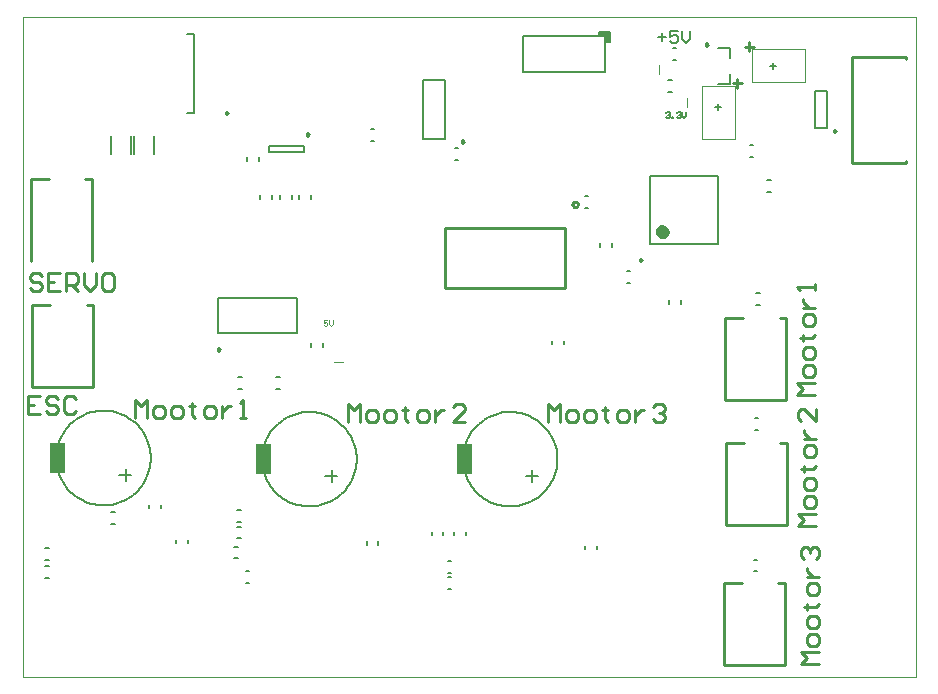
<source format=gto>
G04 Layer_Color=15132400*
%FSLAX25Y25*%
%MOIN*%
G70*
G01*
G75*
%ADD35C,0.00787*%
%ADD42C,0.00394*%
%ADD53C,0.02362*%
%ADD54C,0.00984*%
%ADD55C,0.01000*%
%ADD56C,0.00400*%
%ADD57C,0.00500*%
G36*
X82677Y302165D02*
X77756D01*
Y312008D01*
X82677D01*
Y302165D01*
D02*
G37*
G36*
X149606D02*
X144685D01*
Y312008D01*
X149606D01*
Y302165D01*
D02*
G37*
G36*
X14075Y302559D02*
X9154D01*
Y312402D01*
X14075D01*
Y302559D01*
D02*
G37*
D35*
X178150Y307087D02*
X178118Y308085D01*
X178023Y309080D01*
X177865Y310067D01*
X177645Y311042D01*
X177363Y312000D01*
X177022Y312940D01*
X176621Y313855D01*
X176163Y314743D01*
X175650Y315601D01*
X175083Y316424D01*
X174465Y317209D01*
X173799Y317954D01*
X173087Y318655D01*
X172332Y319309D01*
X171536Y319915D01*
X170704Y320468D01*
X169839Y320968D01*
X168944Y321411D01*
X168022Y321798D01*
X167078Y322124D01*
X166114Y322391D01*
X165136Y322595D01*
X164147Y322738D01*
X163151Y322817D01*
X162152Y322833D01*
X161154Y322785D01*
X160160Y322674D01*
X159176Y322501D01*
X158205Y322265D01*
X157251Y321969D01*
X156317Y321612D01*
X155408Y321197D01*
X154528Y320725D01*
X153678Y320198D01*
X152864Y319618D01*
X152089Y318988D01*
X151355Y318310D01*
X150665Y317587D01*
X150023Y316821D01*
X149430Y316017D01*
X148890Y315176D01*
X148404Y314303D01*
X147975Y313401D01*
X147603Y312473D01*
X147292Y311523D01*
X147040Y310556D01*
X146851Y309575D01*
X146725Y308584D01*
X146661Y307586D01*
Y306587D01*
X146725Y305590D01*
X146851Y304598D01*
X147040Y303617D01*
X147292Y302650D01*
X147603Y301700D01*
X147975Y300773D01*
X148404Y299870D01*
X148890Y298997D01*
X149430Y298156D01*
X150023Y297352D01*
X150665Y296586D01*
X151355Y295863D01*
X152089Y295185D01*
X152864Y294555D01*
X153678Y293975D01*
X154528Y293448D01*
X155408Y292976D01*
X156317Y292561D01*
X157251Y292205D01*
X158205Y291908D01*
X159176Y291672D01*
X160160Y291499D01*
X161154Y291388D01*
X162152Y291341D01*
X163151Y291356D01*
X164147Y291436D01*
X165136Y291578D01*
X166114Y291782D01*
X167078Y292049D01*
X168022Y292376D01*
X168944Y292762D01*
X169839Y293205D01*
X170704Y293705D01*
X171536Y294259D01*
X172332Y294864D01*
X173087Y295518D01*
X173799Y296219D01*
X174465Y296964D01*
X175083Y297749D01*
X175650Y298573D01*
X176163Y299430D01*
X176621Y300318D01*
X177022Y301234D01*
X177363Y302173D01*
X177645Y303132D01*
X177865Y304106D01*
X178023Y305093D01*
X178118Y306088D01*
X178150Y307086D01*
X111221Y307087D02*
X111189Y308085D01*
X111094Y309080D01*
X110936Y310067D01*
X110716Y311042D01*
X110434Y312000D01*
X110092Y312940D01*
X109692Y313855D01*
X109234Y314743D01*
X108721Y315601D01*
X108154Y316424D01*
X107536Y317209D01*
X106870Y317954D01*
X106158Y318655D01*
X105402Y319309D01*
X104607Y319915D01*
X103775Y320468D01*
X102910Y320968D01*
X102014Y321411D01*
X101093Y321798D01*
X100148Y322124D01*
X99185Y322391D01*
X98207Y322595D01*
X97218Y322738D01*
X96222Y322817D01*
X95223Y322833D01*
X94224Y322785D01*
X93231Y322674D01*
X92247Y322501D01*
X91276Y322265D01*
X90322Y321969D01*
X89388Y321612D01*
X88479Y321197D01*
X87598Y320725D01*
X86749Y320198D01*
X85935Y319618D01*
X85160Y318988D01*
X84426Y318310D01*
X83736Y317587D01*
X83094Y316821D01*
X82501Y316017D01*
X81961Y315176D01*
X81475Y314303D01*
X81046Y313401D01*
X80674Y312473D01*
X80362Y311523D01*
X80111Y310556D01*
X79922Y309575D01*
X79796Y308584D01*
X79732Y307586D01*
Y306587D01*
X79796Y305590D01*
X79922Y304598D01*
X80111Y303617D01*
X80362Y302650D01*
X80674Y301700D01*
X81046Y300773D01*
X81475Y299870D01*
X81961Y298997D01*
X82501Y298156D01*
X83094Y297352D01*
X83736Y296586D01*
X84426Y295863D01*
X85160Y295185D01*
X85935Y294555D01*
X86749Y293975D01*
X87598Y293448D01*
X88479Y292976D01*
X89388Y292561D01*
X90322Y292205D01*
X91276Y291908D01*
X92247Y291672D01*
X93231Y291499D01*
X94224Y291388D01*
X95223Y291341D01*
X96222Y291356D01*
X97218Y291436D01*
X98207Y291578D01*
X99185Y291782D01*
X100148Y292049D01*
X101093Y292376D01*
X102014Y292762D01*
X102910Y293205D01*
X103775Y293705D01*
X104607Y294259D01*
X105402Y294864D01*
X106158Y295518D01*
X106870Y296219D01*
X107536Y296964D01*
X108154Y297749D01*
X108721Y298573D01*
X109234Y299430D01*
X109692Y300318D01*
X110092Y301234D01*
X110434Y302173D01*
X110716Y303132D01*
X110936Y304106D01*
X111094Y305093D01*
X111189Y306088D01*
X111221Y307086D01*
X42618Y307480D02*
X42586Y308479D01*
X42491Y309474D01*
X42333Y310461D01*
X42113Y311435D01*
X41832Y312394D01*
X41490Y313333D01*
X41089Y314249D01*
X40631Y315137D01*
X40118Y315994D01*
X39551Y316817D01*
X38934Y317603D01*
X38267Y318348D01*
X37555Y319049D01*
X36800Y319703D01*
X36005Y320308D01*
X35173Y320862D01*
X34307Y321361D01*
X33412Y321805D01*
X32490Y322191D01*
X31546Y322518D01*
X30583Y322784D01*
X29605Y322989D01*
X28616Y323131D01*
X27619Y323211D01*
X26620Y323226D01*
X25622Y323179D01*
X24629Y323068D01*
X23645Y322895D01*
X22674Y322659D01*
X21719Y322362D01*
X20786Y322006D01*
X19877Y321590D01*
X18996Y321118D01*
X18147Y320592D01*
X17333Y320012D01*
X16557Y319382D01*
X15823Y318704D01*
X15134Y317981D01*
X14491Y317215D01*
X13899Y316410D01*
X13359Y315570D01*
X12873Y314697D01*
X12443Y313794D01*
X12072Y312866D01*
X11760Y311917D01*
X11509Y310950D01*
X11320Y309968D01*
X11193Y308977D01*
X11130Y307980D01*
Y306981D01*
X11193Y305983D01*
X11320Y304992D01*
X11509Y304011D01*
X11760Y303044D01*
X12072Y302094D01*
X12443Y301166D01*
X12873Y300264D01*
X13359Y299391D01*
X13899Y298550D01*
X14491Y297745D01*
X15134Y296980D01*
X15823Y296257D01*
X16557Y295579D01*
X17333Y294949D01*
X18147Y294369D01*
X18996Y293842D01*
X19877Y293370D01*
X20786Y292955D01*
X21719Y292598D01*
X22674Y292302D01*
X23645Y292066D01*
X24629Y291893D01*
X25622Y291782D01*
X26620Y291734D01*
X27619Y291750D01*
X28616Y291829D01*
X29605Y291971D01*
X30583Y292176D01*
X31546Y292442D01*
X32490Y292769D01*
X33412Y293155D01*
X34307Y293599D01*
X35173Y294099D01*
X36005Y294652D01*
X36800Y295257D01*
X37555Y295912D01*
X38267Y296613D01*
X38934Y297358D01*
X39551Y298143D01*
X40118Y298966D01*
X40631Y299824D01*
X41089Y300712D01*
X41490Y301627D01*
X41832Y302566D01*
X42113Y303525D01*
X42333Y304500D01*
X42491Y305487D01*
X42586Y306481D01*
X42618Y307480D01*
X215078Y433575D02*
X216259D01*
X215078Y429638D02*
X216259D01*
X37106Y408858D02*
Y414764D01*
X43799Y408858D02*
Y414764D01*
X29232Y408858D02*
Y414764D01*
X35925Y408858D02*
Y414764D01*
X231594Y378937D02*
Y401378D01*
X209154Y378937D02*
Y401378D01*
X231594D01*
X209154Y378937D02*
X231594D01*
X248130Y400000D02*
X249311D01*
X248130Y396063D02*
X249311D01*
X219340Y358909D02*
Y360090D01*
X215403Y358909D02*
Y360090D01*
X216634Y440157D02*
X217815D01*
X216634Y444094D02*
X217815D01*
X264173Y417520D02*
Y429724D01*
X268110Y417520D02*
Y429724D01*
X264173D02*
X268110D01*
X264173Y417520D02*
X268110D01*
X231791Y444291D02*
X235728D01*
Y440945D02*
Y444291D01*
X231791Y432086D02*
X235728D01*
Y435433D01*
X201279Y365748D02*
X202461D01*
X201279Y369685D02*
X202461D01*
X140527Y413952D02*
Y433637D01*
X133440Y413952D02*
Y433637D01*
Y413952D02*
X140527D01*
X133440Y433637D02*
X140527D01*
X54747Y422364D02*
X57109D01*
Y448742D01*
X54747D02*
X57109D01*
X85728Y393898D02*
Y395079D01*
X89665Y393898D02*
Y395079D01*
X82972Y393898D02*
Y395079D01*
X79035Y393898D02*
Y395079D01*
X92028Y393898D02*
Y395079D01*
X95965Y393898D02*
Y395079D01*
X74803Y406496D02*
Y407677D01*
X78740Y406496D02*
Y407677D01*
X115920Y417102D02*
X117102D01*
X115920Y413165D02*
X117102D01*
X143873Y406865D02*
X145054D01*
X143873Y410802D02*
X145054D01*
X243602Y269685D02*
X244783D01*
X243602Y273622D02*
X244783D01*
X141535Y267717D02*
X142717D01*
X141535Y263779D02*
X142717D01*
X141535Y269291D02*
X142717D01*
X141535Y273228D02*
X142717D01*
X140158Y281693D02*
Y282874D01*
X136221Y281693D02*
Y282874D01*
X167654Y301587D02*
X171654D01*
X169791Y299587D02*
Y303587D01*
X147638Y281693D02*
Y282874D01*
X143701Y281693D02*
Y282874D01*
X243898Y316831D02*
X245079D01*
X243898Y320768D02*
X245079D01*
X74212Y269685D02*
X75394D01*
X74212Y265748D02*
X75394D01*
X71457Y280709D02*
X72638D01*
X71457Y284646D02*
X72638D01*
X70472Y277953D02*
X71653D01*
X70472Y274016D02*
X71653D01*
X100724Y301587D02*
X104724D01*
X102862Y299587D02*
Y303587D01*
X244390Y358563D02*
X245571D01*
X244390Y362500D02*
X245571D01*
X71457Y290157D02*
X72638D01*
X71457Y286220D02*
X72638D01*
X192503Y377809D02*
Y378991D01*
X196440Y377809D02*
Y378991D01*
X7410Y271568D02*
X8591D01*
X7410Y267631D02*
X8591D01*
X7410Y273631D02*
X8591D01*
X7410Y277568D02*
X8591D01*
X42126Y290748D02*
Y291929D01*
X46063Y290748D02*
Y291929D01*
X32122Y301980D02*
X36122D01*
X34260Y299980D02*
Y303980D01*
X29509Y285531D02*
X30691D01*
X29509Y289468D02*
X30691D01*
X242225Y407874D02*
X243406D01*
X242225Y411811D02*
X243406D01*
X95965Y344488D02*
Y345669D01*
X99902Y344488D02*
Y345669D01*
X187303Y390945D02*
X188484D01*
X187303Y394882D02*
X188484D01*
X176280Y345472D02*
Y346654D01*
X180217Y345472D02*
Y346654D01*
X71752Y330512D02*
X72933D01*
X71752Y334449D02*
X72933D01*
X84350D02*
X85532D01*
X84350Y330512D02*
X85532D01*
X91437Y349016D02*
Y360827D01*
X65059Y349016D02*
Y360827D01*
X91437D01*
X65059Y349016D02*
X91437D01*
X81928Y409646D02*
X93739D01*
X81928Y411614D02*
X93739D01*
X81928Y409646D02*
Y411614D01*
X93739Y409646D02*
Y411614D01*
X50984Y279035D02*
Y280217D01*
X54921Y279035D02*
Y280217D01*
X114567Y278543D02*
Y279724D01*
X118504Y278543D02*
Y279724D01*
X187500Y277067D02*
Y278248D01*
X191437Y277067D02*
Y278248D01*
X214272Y422605D02*
X214600Y422932D01*
X215256D01*
X215584Y422605D01*
Y422276D01*
X215256Y421948D01*
X214928D01*
X215256D01*
X215584Y421621D01*
Y421293D01*
X215256Y420965D01*
X214600D01*
X214272Y421293D01*
X216240Y420965D02*
Y421293D01*
X216567D01*
Y420965D01*
X216240D01*
X217879Y422605D02*
X218207Y422932D01*
X218863D01*
X219191Y422605D01*
Y422276D01*
X218863Y421948D01*
X218535D01*
X218863D01*
X219191Y421621D01*
Y421293D01*
X218863Y420965D01*
X218207D01*
X217879Y421293D01*
X219847Y422932D02*
Y421621D01*
X220503Y420965D01*
X221159Y421621D01*
Y422932D01*
X211811Y447932D02*
X214435D01*
X213123Y449244D02*
Y446621D01*
X218371Y449900D02*
X215747D01*
Y447932D01*
X217059Y448588D01*
X217715D01*
X218371Y447932D01*
Y446621D01*
X217715Y445965D01*
X216403D01*
X215747Y446621D01*
X219683Y449900D02*
Y447276D01*
X220994Y445965D01*
X222306Y447276D01*
Y449900D01*
D42*
X221445Y424583D02*
Y427583D01*
X212118Y435508D02*
Y438508D01*
X103520Y339579D02*
X106520D01*
X101509Y353444D02*
X100197D01*
Y352460D01*
X100853Y352788D01*
X101181D01*
X101509Y352460D01*
Y351804D01*
X101181Y351476D01*
X100525D01*
X100197Y351804D01*
X102165Y353444D02*
Y352132D01*
X102821Y351476D01*
X103477Y352132D01*
Y353444D01*
X0Y234529D02*
X297521D01*
X0D02*
Y454447D01*
X297521D01*
Y234529D02*
Y454447D01*
D53*
X214272Y382874D02*
X213827Y383797D01*
X212828Y384026D01*
X212026Y383386D01*
Y382362D01*
X212828Y381722D01*
X213827Y381951D01*
X214272Y382874D01*
D54*
X206496Y373524D02*
X205758Y373950D01*
Y373097D01*
X206496Y373524D01*
X271161Y416535D02*
X270423Y416962D01*
Y416109D01*
X271161Y416535D01*
X228346Y445276D02*
X227608Y445702D01*
Y444849D01*
X228346Y445276D01*
X146924Y412948D02*
X146186Y413374D01*
Y412522D01*
X146924Y412948D01*
X68428Y422443D02*
X67689Y422869D01*
Y422017D01*
X68428Y422443D01*
X65748Y343701D02*
X65010Y344127D01*
Y343275D01*
X65748Y343701D01*
X95510Y415354D02*
X94772Y415780D01*
Y414928D01*
X95510Y415354D01*
D55*
X185114Y392016D02*
X184622Y392868D01*
X183638D01*
X183146Y392016D01*
X183638Y391163D01*
X184622D01*
X185114Y392016D01*
X242170Y443089D02*
Y446089D01*
X240670Y444589D02*
X243670D01*
X294488Y440354D02*
Y441142D01*
Y405709D02*
Y406496D01*
X276378Y405709D02*
X294488D01*
X276378Y441142D02*
X294488D01*
X236593Y432436D02*
X239593D01*
X238093Y430936D02*
Y433936D01*
X21205Y358410D02*
X23425D01*
X3051D02*
X9099D01*
X23425Y331181D02*
Y358410D01*
X3051Y331181D02*
Y358410D01*
Y331181D02*
X23425D01*
X20713Y400339D02*
X22933D01*
X2559D02*
X8607D01*
X22933Y373111D02*
Y400339D01*
X2559Y373111D02*
Y400339D01*
X233661Y238465D02*
X254035D01*
X233661D02*
Y265694D01*
X254035Y238465D02*
Y265694D01*
X233661D02*
X239709D01*
X251816D02*
X254035D01*
X234350Y285217D02*
X254725D01*
X234350D02*
Y312446D01*
X254725Y285217D02*
Y312446D01*
X234350D02*
X240398D01*
X252505D02*
X254725D01*
X234055Y326949D02*
X254429D01*
X234055D02*
Y354178D01*
X254429Y326949D02*
Y354178D01*
X234055D02*
X240103D01*
X252209D02*
X254429D01*
X276378Y405709D02*
Y441142D01*
X140630Y384016D02*
X180630D01*
X140630Y364016D02*
Y384016D01*
Y364016D02*
X180630D01*
Y384016D01*
X175100Y319600D02*
Y325598D01*
X177099Y323599D01*
X179099Y325598D01*
Y319600D01*
X182098D02*
X184097D01*
X185097Y320600D01*
Y322599D01*
X184097Y323599D01*
X182098D01*
X181098Y322599D01*
Y320600D01*
X182098Y319600D01*
X188096D02*
X190095D01*
X191095Y320600D01*
Y322599D01*
X190095Y323599D01*
X188096D01*
X187096Y322599D01*
Y320600D01*
X188096Y319600D01*
X194094Y324598D02*
Y323599D01*
X193094D01*
X195094D01*
X194094D01*
Y320600D01*
X195094Y319600D01*
X199092D02*
X201092D01*
X202091Y320600D01*
Y322599D01*
X201092Y323599D01*
X199092D01*
X198093Y322599D01*
Y320600D01*
X199092Y319600D01*
X204091Y323599D02*
Y319600D01*
Y321599D01*
X205090Y322599D01*
X206090Y323599D01*
X207090D01*
X210089Y324598D02*
X211088Y325598D01*
X213088D01*
X214087Y324598D01*
Y323599D01*
X213088Y322599D01*
X212088D01*
X213088D01*
X214087Y321599D01*
Y320600D01*
X213088Y319600D01*
X211088D01*
X210089Y320600D01*
X108500Y319500D02*
Y325498D01*
X110499Y323499D01*
X112499Y325498D01*
Y319500D01*
X115498D02*
X117497D01*
X118497Y320500D01*
Y322499D01*
X117497Y323499D01*
X115498D01*
X114498Y322499D01*
Y320500D01*
X115498Y319500D01*
X121496D02*
X123495D01*
X124495Y320500D01*
Y322499D01*
X123495Y323499D01*
X121496D01*
X120496Y322499D01*
Y320500D01*
X121496Y319500D01*
X127494Y324498D02*
Y323499D01*
X126494D01*
X128493D01*
X127494D01*
Y320500D01*
X128493Y319500D01*
X132492D02*
X134492D01*
X135491Y320500D01*
Y322499D01*
X134492Y323499D01*
X132492D01*
X131493Y322499D01*
Y320500D01*
X132492Y319500D01*
X137491Y323499D02*
Y319500D01*
Y321499D01*
X138490Y322499D01*
X139490Y323499D01*
X140490D01*
X147487Y319500D02*
X143489D01*
X147487Y323499D01*
Y324498D01*
X146488Y325498D01*
X144488D01*
X143489Y324498D01*
X37402Y320866D02*
Y326864D01*
X39401Y324865D01*
X41400Y326864D01*
Y320866D01*
X44399D02*
X46399D01*
X47398Y321866D01*
Y323865D01*
X46399Y324865D01*
X44399D01*
X43400Y323865D01*
Y321866D01*
X44399Y320866D01*
X50397D02*
X52397D01*
X53396Y321866D01*
Y323865D01*
X52397Y324865D01*
X50397D01*
X49398Y323865D01*
Y321866D01*
X50397Y320866D01*
X56395Y325865D02*
Y324865D01*
X55396D01*
X57395D01*
X56395D01*
Y321866D01*
X57395Y320866D01*
X61394D02*
X63393D01*
X64393Y321866D01*
Y323865D01*
X63393Y324865D01*
X61394D01*
X60394Y323865D01*
Y321866D01*
X61394Y320866D01*
X66392Y324865D02*
Y320866D01*
Y322866D01*
X67392Y323865D01*
X68392Y324865D01*
X69391D01*
X72390Y320866D02*
X74390D01*
X73390D01*
Y326864D01*
X72390Y325865D01*
X265256Y238878D02*
X259258D01*
X261257Y240877D01*
X259258Y242877D01*
X265256D01*
Y245876D02*
Y247875D01*
X264256Y248875D01*
X262257D01*
X261257Y247875D01*
Y245876D01*
X262257Y244876D01*
X264256D01*
X265256Y245876D01*
Y251874D02*
Y253873D01*
X264256Y254873D01*
X262257D01*
X261257Y253873D01*
Y251874D01*
X262257Y250874D01*
X264256D01*
X265256Y251874D01*
X260258Y257872D02*
X261257D01*
Y256872D01*
Y258872D01*
Y257872D01*
X264256D01*
X265256Y258872D01*
Y262870D02*
Y264869D01*
X264256Y265869D01*
X262257D01*
X261257Y264869D01*
Y262870D01*
X262257Y261871D01*
X264256D01*
X265256Y262870D01*
X261257Y267869D02*
X265256D01*
X263257D01*
X262257Y268868D01*
X261257Y269868D01*
Y270868D01*
X260258Y273867D02*
X259258Y274866D01*
Y276866D01*
X260258Y277865D01*
X261257D01*
X262257Y276866D01*
Y275866D01*
Y276866D01*
X263257Y277865D01*
X264256D01*
X265256Y276866D01*
Y274866D01*
X264256Y273867D01*
X264272Y284941D02*
X258274D01*
X260273Y286940D01*
X258274Y288940D01*
X264272D01*
Y291939D02*
Y293938D01*
X263272Y294938D01*
X261273D01*
X260273Y293938D01*
Y291939D01*
X261273Y290939D01*
X263272D01*
X264272Y291939D01*
Y297937D02*
Y299936D01*
X263272Y300936D01*
X261273D01*
X260273Y299936D01*
Y297937D01*
X261273Y296937D01*
X263272D01*
X264272Y297937D01*
X259273Y303935D02*
X260273D01*
Y302935D01*
Y304935D01*
Y303935D01*
X263272D01*
X264272Y304935D01*
Y308933D02*
Y310932D01*
X263272Y311932D01*
X261273D01*
X260273Y310932D01*
Y308933D01*
X261273Y307933D01*
X263272D01*
X264272Y308933D01*
X260273Y313932D02*
X264272D01*
X262272D01*
X261273Y314931D01*
X260273Y315931D01*
Y316931D01*
X264272Y323928D02*
Y319930D01*
X260273Y323928D01*
X259273D01*
X258274Y322929D01*
Y320929D01*
X259273Y319930D01*
X263878Y328642D02*
X257880D01*
X259879Y330641D01*
X257880Y332640D01*
X263878D01*
Y335640D02*
Y337639D01*
X262878Y338638D01*
X260879D01*
X259879Y337639D01*
Y335640D01*
X260879Y334640D01*
X262878D01*
X263878Y335640D01*
Y341637D02*
Y343637D01*
X262878Y344637D01*
X260879D01*
X259879Y343637D01*
Y341637D01*
X260879Y340638D01*
X262878D01*
X263878Y341637D01*
X258880Y347636D02*
X259879D01*
Y346636D01*
Y348635D01*
Y347636D01*
X262878D01*
X263878Y348635D01*
Y352634D02*
Y354633D01*
X262878Y355633D01*
X260879D01*
X259879Y354633D01*
Y352634D01*
X260879Y351634D01*
X262878D01*
X263878Y352634D01*
X259879Y357632D02*
X263878D01*
X261879D01*
X260879Y358632D01*
X259879Y359632D01*
Y360631D01*
X263878Y363630D02*
Y365630D01*
Y364630D01*
X257880D01*
X258880Y363630D01*
X6199Y368298D02*
X5199Y369298D01*
X3200D01*
X2200Y368298D01*
Y367299D01*
X3200Y366299D01*
X5199D01*
X6199Y365299D01*
Y364300D01*
X5199Y363300D01*
X3200D01*
X2200Y364300D01*
X12197Y369298D02*
X8198D01*
Y363300D01*
X12197D01*
X8198Y366299D02*
X10197D01*
X14196Y363300D02*
Y369298D01*
X17195D01*
X18195Y368298D01*
Y366299D01*
X17195Y365299D01*
X14196D01*
X16195D02*
X18195Y363300D01*
X20194Y369298D02*
Y365299D01*
X22194Y363300D01*
X24193Y365299D01*
Y369298D01*
X29191D02*
X27192D01*
X26192Y368298D01*
Y364300D01*
X27192Y363300D01*
X29191D01*
X30191Y364300D01*
Y368298D01*
X29191Y369298D01*
X5599Y327998D02*
X1600D01*
Y322000D01*
X5599D01*
X1600Y324999D02*
X3599D01*
X11597Y326998D02*
X10597Y327998D01*
X8598D01*
X7598Y326998D01*
Y325999D01*
X8598Y324999D01*
X10597D01*
X11597Y323999D01*
Y323000D01*
X10597Y322000D01*
X8598D01*
X7598Y323000D01*
X17595Y326998D02*
X16595Y327998D01*
X14596D01*
X13596Y326998D01*
Y323000D01*
X14596Y322000D01*
X16595D01*
X17595Y323000D01*
D56*
X243120Y443689D02*
X260670D01*
Y432689D02*
Y443689D01*
X243120Y432689D02*
X260670D01*
X243120D02*
Y443689D01*
X237193Y413936D02*
Y431486D01*
X226193Y413936D02*
X237193D01*
X226193D02*
Y431486D01*
X237193D01*
D57*
X249120Y438189D02*
X251120D01*
X250120Y437189D02*
Y439189D01*
X192110Y448626D02*
Y449626D01*
X195610D01*
Y446126D02*
Y449626D01*
X194610Y446126D02*
X195610D01*
X194610D02*
X195110D01*
Y449126D01*
X192110D02*
X195110D01*
X192110Y448626D02*
X194610D01*
X166610Y448126D02*
X194110D01*
X166610Y436126D02*
Y448126D01*
Y436126D02*
X194110D01*
Y448126D01*
X194610Y446126D02*
Y448626D01*
X192110D02*
Y449126D01*
X231693Y423486D02*
Y425486D01*
X230693Y424486D02*
X232693D01*
M02*

</source>
